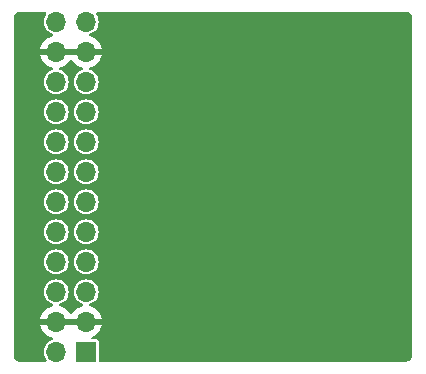
<source format=gbr>
%TF.GenerationSoftware,KiCad,Pcbnew,8.0.3-8.0.3-0~ubuntu23.10.1*%
%TF.CreationDate,2024-10-20T15:16:08-04:00*%
%TF.ProjectId,24Pin,32345069-6e2e-46b6-9963-61645f706362,rev?*%
%TF.SameCoordinates,Original*%
%TF.FileFunction,Copper,L2,Bot*%
%TF.FilePolarity,Positive*%
%FSLAX46Y46*%
G04 Gerber Fmt 4.6, Leading zero omitted, Abs format (unit mm)*
G04 Created by KiCad (PCBNEW 8.0.3-8.0.3-0~ubuntu23.10.1) date 2024-10-20 15:16:08*
%MOMM*%
%LPD*%
G01*
G04 APERTURE LIST*
%TA.AperFunction,ComponentPad*%
%ADD10R,1.700000X1.700000*%
%TD*%
%TA.AperFunction,ComponentPad*%
%ADD11O,1.700000X1.700000*%
%TD*%
%TA.AperFunction,ViaPad*%
%ADD12C,0.600000*%
%TD*%
G04 APERTURE END LIST*
D10*
%TO.P,J1,1,Pin_1*%
%TO.N,/SDA{slash}A4*%
X115650000Y-103975000D03*
D11*
%TO.P,J1,2,Pin_2*%
%TO.N,/SCL{slash}A5*%
X113110000Y-103975000D03*
%TO.P,J1,3,Pin_3*%
%TO.N,GND*%
X115650000Y-101435000D03*
%TO.P,J1,4,Pin_4*%
X113110000Y-101435000D03*
%TO.P,J1,5,Pin_5*%
%TO.N,/IN0+*%
X115650000Y-98895000D03*
%TO.P,J1,6,Pin_6*%
%TO.N,/IN0-*%
X113110000Y-98895000D03*
%TO.P,J1,7,Pin_7*%
%TO.N,/IN1-*%
X115650000Y-96355000D03*
%TO.P,J1,8,Pin_8*%
%TO.N,/IN1+*%
X113110000Y-96355000D03*
%TO.P,J1,9,Pin_9*%
%TO.N,/IN2+*%
X115650000Y-93815000D03*
%TO.P,J1,10,Pin_10*%
%TO.N,/IN2-*%
X113110000Y-93815000D03*
%TO.P,J1,11,Pin_11*%
%TO.N,/IN3-*%
X115650000Y-91275000D03*
%TO.P,J1,12,Pin_12*%
%TO.N,/IN3+*%
X113110000Y-91275000D03*
%TO.P,J1,13,Pin_13*%
%TO.N,/IN4+*%
X115650000Y-88735000D03*
%TO.P,J1,14,Pin_14*%
%TO.N,/IN4-*%
X113110000Y-88735000D03*
%TO.P,J1,15,Pin_15*%
%TO.N,/IN5-*%
X115650000Y-86195000D03*
%TO.P,J1,16,Pin_16*%
%TO.N,/IN5+*%
X113110000Y-86195000D03*
%TO.P,J1,17,Pin_17*%
%TO.N,/IN6+*%
X115650000Y-83655000D03*
%TO.P,J1,18,Pin_18*%
%TO.N,/IN6-*%
X113110000Y-83655000D03*
%TO.P,J1,19,Pin_19*%
%TO.N,/IN7-*%
X115650000Y-81115000D03*
%TO.P,J1,20,Pin_20*%
%TO.N,/IN7+*%
X113110000Y-81115000D03*
%TO.P,J1,21,Pin_21*%
%TO.N,GND*%
X115650000Y-78575000D03*
%TO.P,J1,22,Pin_22*%
X113110000Y-78575000D03*
%TO.P,J1,23,Pin_23*%
%TO.N,/A0*%
X115650000Y-76035000D03*
%TO.P,J1,24,Pin_24*%
%TO.N,VIN*%
X113110000Y-76035000D03*
%TD*%
D12*
%TO.N,GND*%
X142057618Y-102480000D03*
X142057618Y-99940000D03*
X142057618Y-94860000D03*
X142057618Y-92320000D03*
X142057618Y-89780000D03*
X142057618Y-87240000D03*
X142057618Y-84700000D03*
X142057618Y-79620000D03*
X142057618Y-77080000D03*
X139517618Y-102480000D03*
X139517618Y-99940000D03*
X139517618Y-79620000D03*
X139517618Y-77080000D03*
X136977618Y-102480000D03*
X136977618Y-97400000D03*
X136977618Y-79620000D03*
X136977618Y-77080000D03*
X134437618Y-102480000D03*
X134437618Y-99940000D03*
X134437618Y-97400000D03*
X134437618Y-82160000D03*
X134437618Y-77080000D03*
X131897618Y-102480000D03*
X131897618Y-99940000D03*
X131897618Y-79620000D03*
X131897618Y-77080000D03*
X129357618Y-102480000D03*
X129357618Y-77080000D03*
X126817618Y-102480000D03*
X126817618Y-77080000D03*
X124277618Y-102480000D03*
X124277618Y-77080000D03*
X121737618Y-102480000D03*
X121737618Y-77080000D03*
X119197618Y-102480000D03*
X119197618Y-77080000D03*
X111577618Y-102480000D03*
X111577618Y-99940000D03*
X111577618Y-97400000D03*
X111577618Y-94860000D03*
X111577618Y-92320000D03*
X111577618Y-89780000D03*
X111577618Y-87240000D03*
X111577618Y-84700000D03*
X111577618Y-82160000D03*
X111577618Y-79620000D03*
X111577618Y-77080000D03*
X119000000Y-90000000D03*
X122000000Y-90000000D03*
X125000000Y-90000000D03*
X137000000Y-95000000D03*
X137000000Y-85000000D03*
%TD*%
%TA.AperFunction,Conductor*%
%TO.N,GND*%
G36*
X112236643Y-75225185D02*
G01*
X112282398Y-75277989D01*
X112292342Y-75347147D01*
X112265458Y-75408164D01*
X112232317Y-75448546D01*
X112134769Y-75631043D01*
X112134768Y-75631045D01*
X112134768Y-75631046D01*
X112127898Y-75653692D01*
X112074699Y-75829067D01*
X112054417Y-76035000D01*
X112074699Y-76240932D01*
X112074700Y-76240934D01*
X112134768Y-76438954D01*
X112232315Y-76621450D01*
X112232317Y-76621452D01*
X112363589Y-76781410D01*
X112460209Y-76860702D01*
X112523550Y-76912685D01*
X112706046Y-77010232D01*
X112772551Y-77030405D01*
X112830989Y-77068702D01*
X112859446Y-77132514D01*
X112848887Y-77201581D01*
X112802663Y-77253975D01*
X112768650Y-77268841D01*
X112646514Y-77301567D01*
X112646507Y-77301570D01*
X112432422Y-77401399D01*
X112432420Y-77401400D01*
X112238926Y-77536886D01*
X112238920Y-77536891D01*
X112071891Y-77703920D01*
X112071886Y-77703926D01*
X111936400Y-77897420D01*
X111936399Y-77897422D01*
X111836570Y-78111507D01*
X111836567Y-78111513D01*
X111779364Y-78324999D01*
X111779364Y-78325000D01*
X112676988Y-78325000D01*
X112644075Y-78382007D01*
X112610000Y-78509174D01*
X112610000Y-78640826D01*
X112644075Y-78767993D01*
X112676988Y-78825000D01*
X111779364Y-78825000D01*
X111836567Y-79038486D01*
X111836570Y-79038492D01*
X111936399Y-79252578D01*
X112071894Y-79446082D01*
X112238917Y-79613105D01*
X112432421Y-79748600D01*
X112646507Y-79848429D01*
X112646516Y-79848433D01*
X112768649Y-79881158D01*
X112828310Y-79917523D01*
X112858839Y-79980369D01*
X112850545Y-80049745D01*
X112806059Y-80103623D01*
X112772552Y-80119593D01*
X112706046Y-80139767D01*
X112575358Y-80209622D01*
X112523550Y-80237315D01*
X112523548Y-80237316D01*
X112523547Y-80237317D01*
X112363589Y-80368589D01*
X112232317Y-80528547D01*
X112134769Y-80711043D01*
X112074699Y-80909067D01*
X112054417Y-81115000D01*
X112074699Y-81320932D01*
X112074700Y-81320934D01*
X112134768Y-81518954D01*
X112232315Y-81701450D01*
X112232317Y-81701452D01*
X112363589Y-81861410D01*
X112460209Y-81940702D01*
X112523550Y-81992685D01*
X112706046Y-82090232D01*
X112904066Y-82150300D01*
X112904065Y-82150300D01*
X112922529Y-82152118D01*
X113110000Y-82170583D01*
X113315934Y-82150300D01*
X113513954Y-82090232D01*
X113696450Y-81992685D01*
X113856410Y-81861410D01*
X113987685Y-81701450D01*
X114085232Y-81518954D01*
X114145300Y-81320934D01*
X114165583Y-81115000D01*
X114145300Y-80909066D01*
X114085232Y-80711046D01*
X113987685Y-80528550D01*
X113935702Y-80465209D01*
X113856410Y-80368589D01*
X113696452Y-80237317D01*
X113696453Y-80237317D01*
X113696450Y-80237315D01*
X113513954Y-80139768D01*
X113447447Y-80119593D01*
X113389009Y-80081296D01*
X113360553Y-80017484D01*
X113371113Y-79948417D01*
X113417337Y-79896023D01*
X113451350Y-79881158D01*
X113573483Y-79848433D01*
X113573492Y-79848429D01*
X113787578Y-79748600D01*
X113981082Y-79613105D01*
X114148105Y-79446082D01*
X114278425Y-79259968D01*
X114333002Y-79216344D01*
X114402501Y-79209151D01*
X114464855Y-79240673D01*
X114481575Y-79259968D01*
X114611894Y-79446082D01*
X114778917Y-79613105D01*
X114972421Y-79748600D01*
X115186507Y-79848429D01*
X115186516Y-79848433D01*
X115308649Y-79881158D01*
X115368310Y-79917523D01*
X115398839Y-79980369D01*
X115390545Y-80049745D01*
X115346059Y-80103623D01*
X115312552Y-80119593D01*
X115246046Y-80139767D01*
X115115358Y-80209622D01*
X115063550Y-80237315D01*
X115063548Y-80237316D01*
X115063547Y-80237317D01*
X114903589Y-80368589D01*
X114772317Y-80528547D01*
X114674769Y-80711043D01*
X114614699Y-80909067D01*
X114594417Y-81115000D01*
X114614699Y-81320932D01*
X114614700Y-81320934D01*
X114674768Y-81518954D01*
X114772315Y-81701450D01*
X114772317Y-81701452D01*
X114903589Y-81861410D01*
X115000209Y-81940702D01*
X115063550Y-81992685D01*
X115246046Y-82090232D01*
X115444066Y-82150300D01*
X115444065Y-82150300D01*
X115462529Y-82152118D01*
X115650000Y-82170583D01*
X115855934Y-82150300D01*
X116053954Y-82090232D01*
X116236450Y-81992685D01*
X116396410Y-81861410D01*
X116527685Y-81701450D01*
X116625232Y-81518954D01*
X116685300Y-81320934D01*
X116705583Y-81115000D01*
X116685300Y-80909066D01*
X116625232Y-80711046D01*
X116527685Y-80528550D01*
X116475702Y-80465209D01*
X116396410Y-80368589D01*
X116236452Y-80237317D01*
X116236453Y-80237317D01*
X116236450Y-80237315D01*
X116053954Y-80139768D01*
X115987447Y-80119593D01*
X115929009Y-80081296D01*
X115900553Y-80017484D01*
X115911113Y-79948417D01*
X115957337Y-79896023D01*
X115991350Y-79881158D01*
X116113483Y-79848433D01*
X116113492Y-79848429D01*
X116327578Y-79748600D01*
X116521082Y-79613105D01*
X116688105Y-79446082D01*
X116823600Y-79252578D01*
X116923429Y-79038492D01*
X116923432Y-79038486D01*
X116980636Y-78825000D01*
X116083012Y-78825000D01*
X116115925Y-78767993D01*
X116150000Y-78640826D01*
X116150000Y-78509174D01*
X116115925Y-78382007D01*
X116083012Y-78325000D01*
X116980636Y-78325000D01*
X116980635Y-78324999D01*
X116923432Y-78111513D01*
X116923429Y-78111507D01*
X116823600Y-77897422D01*
X116823599Y-77897420D01*
X116688113Y-77703926D01*
X116688108Y-77703920D01*
X116521082Y-77536894D01*
X116327578Y-77401399D01*
X116113492Y-77301570D01*
X116113486Y-77301567D01*
X115991349Y-77268841D01*
X115931689Y-77232476D01*
X115901160Y-77169629D01*
X115909455Y-77100253D01*
X115953940Y-77046375D01*
X115987444Y-77030407D01*
X116053954Y-77010232D01*
X116236450Y-76912685D01*
X116396410Y-76781410D01*
X116527685Y-76621450D01*
X116625232Y-76438954D01*
X116685300Y-76240934D01*
X116705583Y-76035000D01*
X116685300Y-75829066D01*
X116625232Y-75631046D01*
X116527685Y-75448550D01*
X116527682Y-75448546D01*
X116494542Y-75408164D01*
X116467230Y-75343854D01*
X116479022Y-75274986D01*
X116526174Y-75223427D01*
X116590396Y-75205500D01*
X142679108Y-75205500D01*
X142738038Y-75205500D01*
X142751922Y-75206280D01*
X142842266Y-75216459D01*
X142869331Y-75222636D01*
X142948540Y-75250352D01*
X142973553Y-75262398D01*
X143044606Y-75307043D01*
X143066313Y-75324355D01*
X143125644Y-75383686D01*
X143142957Y-75405395D01*
X143187600Y-75476444D01*
X143199648Y-75501462D01*
X143227362Y-75580666D01*
X143233540Y-75607735D01*
X143243720Y-75698076D01*
X143244500Y-75711961D01*
X143244500Y-104298038D01*
X143243720Y-104311923D01*
X143233540Y-104402264D01*
X143227362Y-104429333D01*
X143199648Y-104508537D01*
X143187600Y-104533555D01*
X143142957Y-104604604D01*
X143125644Y-104626313D01*
X143066313Y-104685644D01*
X143044604Y-104702957D01*
X142973555Y-104747600D01*
X142948537Y-104759648D01*
X142869333Y-104787362D01*
X142842264Y-104793540D01*
X142762075Y-104802576D01*
X142751921Y-104803720D01*
X142738038Y-104804500D01*
X116824500Y-104804500D01*
X116757461Y-104784815D01*
X116711706Y-104732011D01*
X116700500Y-104680500D01*
X116700500Y-103105249D01*
X116700499Y-103105247D01*
X116688868Y-103046770D01*
X116688867Y-103046769D01*
X116644552Y-102980447D01*
X116578230Y-102936132D01*
X116578229Y-102936131D01*
X116519752Y-102924500D01*
X116519748Y-102924500D01*
X116209457Y-102924500D01*
X116142418Y-102904815D01*
X116096663Y-102852011D01*
X116086719Y-102782853D01*
X116115744Y-102719297D01*
X116157052Y-102688118D01*
X116327578Y-102608600D01*
X116521082Y-102473105D01*
X116688105Y-102306082D01*
X116823600Y-102112578D01*
X116923429Y-101898492D01*
X116923432Y-101898486D01*
X116980636Y-101685000D01*
X116083012Y-101685000D01*
X116115925Y-101627993D01*
X116150000Y-101500826D01*
X116150000Y-101369174D01*
X116115925Y-101242007D01*
X116083012Y-101185000D01*
X116980636Y-101185000D01*
X116980635Y-101184999D01*
X116923432Y-100971513D01*
X116923429Y-100971507D01*
X116823600Y-100757422D01*
X116823599Y-100757420D01*
X116688113Y-100563926D01*
X116688108Y-100563920D01*
X116521082Y-100396894D01*
X116327578Y-100261399D01*
X116113492Y-100161570D01*
X116113486Y-100161567D01*
X115991349Y-100128841D01*
X115931689Y-100092476D01*
X115901160Y-100029629D01*
X115909455Y-99960253D01*
X115953940Y-99906375D01*
X115987444Y-99890407D01*
X116053954Y-99870232D01*
X116236450Y-99772685D01*
X116396410Y-99641410D01*
X116527685Y-99481450D01*
X116625232Y-99298954D01*
X116685300Y-99100934D01*
X116705583Y-98895000D01*
X116685300Y-98689066D01*
X116625232Y-98491046D01*
X116527685Y-98308550D01*
X116475702Y-98245209D01*
X116396410Y-98148589D01*
X116236452Y-98017317D01*
X116236453Y-98017317D01*
X116236450Y-98017315D01*
X116053954Y-97919768D01*
X115855934Y-97859700D01*
X115855932Y-97859699D01*
X115855934Y-97859699D01*
X115650000Y-97839417D01*
X115444067Y-97859699D01*
X115246043Y-97919769D01*
X115135898Y-97978643D01*
X115063550Y-98017315D01*
X115063548Y-98017316D01*
X115063547Y-98017317D01*
X114903589Y-98148589D01*
X114772317Y-98308547D01*
X114674769Y-98491043D01*
X114614699Y-98689067D01*
X114594417Y-98895000D01*
X114614699Y-99100932D01*
X114614700Y-99100934D01*
X114674768Y-99298954D01*
X114772315Y-99481450D01*
X114772317Y-99481452D01*
X114903589Y-99641410D01*
X115000209Y-99720702D01*
X115063550Y-99772685D01*
X115246046Y-99870232D01*
X115312551Y-99890405D01*
X115370989Y-99928702D01*
X115399446Y-99992514D01*
X115388887Y-100061581D01*
X115342663Y-100113975D01*
X115308650Y-100128841D01*
X115186514Y-100161567D01*
X115186507Y-100161570D01*
X114972422Y-100261399D01*
X114972420Y-100261400D01*
X114778926Y-100396886D01*
X114778920Y-100396891D01*
X114611891Y-100563920D01*
X114611890Y-100563922D01*
X114481575Y-100750031D01*
X114426998Y-100793655D01*
X114357499Y-100800848D01*
X114295145Y-100769326D01*
X114278425Y-100750031D01*
X114148109Y-100563922D01*
X114148108Y-100563920D01*
X113981082Y-100396894D01*
X113787578Y-100261399D01*
X113573492Y-100161570D01*
X113573486Y-100161567D01*
X113451349Y-100128841D01*
X113391689Y-100092476D01*
X113361160Y-100029629D01*
X113369455Y-99960253D01*
X113413940Y-99906375D01*
X113447444Y-99890407D01*
X113513954Y-99870232D01*
X113696450Y-99772685D01*
X113856410Y-99641410D01*
X113987685Y-99481450D01*
X114085232Y-99298954D01*
X114145300Y-99100934D01*
X114165583Y-98895000D01*
X114145300Y-98689066D01*
X114085232Y-98491046D01*
X113987685Y-98308550D01*
X113935702Y-98245209D01*
X113856410Y-98148589D01*
X113696452Y-98017317D01*
X113696453Y-98017317D01*
X113696450Y-98017315D01*
X113513954Y-97919768D01*
X113315934Y-97859700D01*
X113315932Y-97859699D01*
X113315934Y-97859699D01*
X113110000Y-97839417D01*
X112904067Y-97859699D01*
X112706043Y-97919769D01*
X112595898Y-97978643D01*
X112523550Y-98017315D01*
X112523548Y-98017316D01*
X112523547Y-98017317D01*
X112363589Y-98148589D01*
X112232317Y-98308547D01*
X112134769Y-98491043D01*
X112074699Y-98689067D01*
X112054417Y-98895000D01*
X112074699Y-99100932D01*
X112074700Y-99100934D01*
X112134768Y-99298954D01*
X112232315Y-99481450D01*
X112232317Y-99481452D01*
X112363589Y-99641410D01*
X112460209Y-99720702D01*
X112523550Y-99772685D01*
X112706046Y-99870232D01*
X112772551Y-99890405D01*
X112830989Y-99928702D01*
X112859446Y-99992514D01*
X112848887Y-100061581D01*
X112802663Y-100113975D01*
X112768650Y-100128841D01*
X112646514Y-100161567D01*
X112646507Y-100161570D01*
X112432422Y-100261399D01*
X112432420Y-100261400D01*
X112238926Y-100396886D01*
X112238920Y-100396891D01*
X112071891Y-100563920D01*
X112071886Y-100563926D01*
X111936400Y-100757420D01*
X111936399Y-100757422D01*
X111836570Y-100971507D01*
X111836567Y-100971513D01*
X111779364Y-101184999D01*
X111779364Y-101185000D01*
X112676988Y-101185000D01*
X112644075Y-101242007D01*
X112610000Y-101369174D01*
X112610000Y-101500826D01*
X112644075Y-101627993D01*
X112676988Y-101685000D01*
X111779364Y-101685000D01*
X111836567Y-101898486D01*
X111836570Y-101898492D01*
X111936399Y-102112578D01*
X112071894Y-102306082D01*
X112238917Y-102473105D01*
X112432421Y-102608600D01*
X112646507Y-102708429D01*
X112646516Y-102708433D01*
X112768649Y-102741158D01*
X112828310Y-102777523D01*
X112858839Y-102840369D01*
X112850545Y-102909745D01*
X112806059Y-102963623D01*
X112772552Y-102979593D01*
X112706046Y-102999767D01*
X112618112Y-103046770D01*
X112523550Y-103097315D01*
X112523548Y-103097316D01*
X112523547Y-103097317D01*
X112363589Y-103228589D01*
X112232317Y-103388547D01*
X112134769Y-103571043D01*
X112074699Y-103769067D01*
X112054417Y-103975000D01*
X112074699Y-104180932D01*
X112074700Y-104180934D01*
X112134768Y-104378954D01*
X112211081Y-104521725D01*
X112232317Y-104561453D01*
X112265458Y-104601836D01*
X112292770Y-104666146D01*
X112280978Y-104735014D01*
X112233826Y-104786573D01*
X112169604Y-104804500D01*
X110016962Y-104804500D01*
X110003078Y-104803720D01*
X109990553Y-104802308D01*
X109912735Y-104793540D01*
X109885666Y-104787362D01*
X109806462Y-104759648D01*
X109781444Y-104747600D01*
X109710395Y-104702957D01*
X109688686Y-104685644D01*
X109629355Y-104626313D01*
X109612042Y-104604604D01*
X109584928Y-104561453D01*
X109567398Y-104533553D01*
X109555351Y-104508537D01*
X109527637Y-104429333D01*
X109521459Y-104402263D01*
X109511280Y-104311922D01*
X109510500Y-104298038D01*
X109510500Y-96355000D01*
X112054417Y-96355000D01*
X112074699Y-96560932D01*
X112074700Y-96560934D01*
X112134768Y-96758954D01*
X112232315Y-96941450D01*
X112232317Y-96941452D01*
X112363589Y-97101410D01*
X112460209Y-97180702D01*
X112523550Y-97232685D01*
X112706046Y-97330232D01*
X112904066Y-97390300D01*
X112904065Y-97390300D01*
X112922529Y-97392118D01*
X113110000Y-97410583D01*
X113315934Y-97390300D01*
X113513954Y-97330232D01*
X113696450Y-97232685D01*
X113856410Y-97101410D01*
X113987685Y-96941450D01*
X114085232Y-96758954D01*
X114145300Y-96560934D01*
X114165583Y-96355000D01*
X114594417Y-96355000D01*
X114614699Y-96560932D01*
X114614700Y-96560934D01*
X114674768Y-96758954D01*
X114772315Y-96941450D01*
X114772317Y-96941452D01*
X114903589Y-97101410D01*
X115000209Y-97180702D01*
X115063550Y-97232685D01*
X115246046Y-97330232D01*
X115444066Y-97390300D01*
X115444065Y-97390300D01*
X115462529Y-97392118D01*
X115650000Y-97410583D01*
X115855934Y-97390300D01*
X116053954Y-97330232D01*
X116236450Y-97232685D01*
X116396410Y-97101410D01*
X116527685Y-96941450D01*
X116625232Y-96758954D01*
X116685300Y-96560934D01*
X116705583Y-96355000D01*
X116685300Y-96149066D01*
X116625232Y-95951046D01*
X116527685Y-95768550D01*
X116475702Y-95705209D01*
X116396410Y-95608589D01*
X116236452Y-95477317D01*
X116236453Y-95477317D01*
X116236450Y-95477315D01*
X116053954Y-95379768D01*
X115855934Y-95319700D01*
X115855932Y-95319699D01*
X115855934Y-95319699D01*
X115650000Y-95299417D01*
X115444067Y-95319699D01*
X115246043Y-95379769D01*
X115135898Y-95438643D01*
X115063550Y-95477315D01*
X115063548Y-95477316D01*
X115063547Y-95477317D01*
X114903589Y-95608589D01*
X114772317Y-95768547D01*
X114674769Y-95951043D01*
X114614699Y-96149067D01*
X114594417Y-96355000D01*
X114165583Y-96355000D01*
X114145300Y-96149066D01*
X114085232Y-95951046D01*
X113987685Y-95768550D01*
X113935702Y-95705209D01*
X113856410Y-95608589D01*
X113696452Y-95477317D01*
X113696453Y-95477317D01*
X113696450Y-95477315D01*
X113513954Y-95379768D01*
X113315934Y-95319700D01*
X113315932Y-95319699D01*
X113315934Y-95319699D01*
X113110000Y-95299417D01*
X112904067Y-95319699D01*
X112706043Y-95379769D01*
X112595898Y-95438643D01*
X112523550Y-95477315D01*
X112523548Y-95477316D01*
X112523547Y-95477317D01*
X112363589Y-95608589D01*
X112232317Y-95768547D01*
X112134769Y-95951043D01*
X112074699Y-96149067D01*
X112054417Y-96355000D01*
X109510500Y-96355000D01*
X109510500Y-93815000D01*
X112054417Y-93815000D01*
X112074699Y-94020932D01*
X112074700Y-94020934D01*
X112134768Y-94218954D01*
X112232315Y-94401450D01*
X112232317Y-94401452D01*
X112363589Y-94561410D01*
X112460209Y-94640702D01*
X112523550Y-94692685D01*
X112706046Y-94790232D01*
X112904066Y-94850300D01*
X112904065Y-94850300D01*
X112922529Y-94852118D01*
X113110000Y-94870583D01*
X113315934Y-94850300D01*
X113513954Y-94790232D01*
X113696450Y-94692685D01*
X113856410Y-94561410D01*
X113987685Y-94401450D01*
X114085232Y-94218954D01*
X114145300Y-94020934D01*
X114165583Y-93815000D01*
X114594417Y-93815000D01*
X114614699Y-94020932D01*
X114614700Y-94020934D01*
X114674768Y-94218954D01*
X114772315Y-94401450D01*
X114772317Y-94401452D01*
X114903589Y-94561410D01*
X115000209Y-94640702D01*
X115063550Y-94692685D01*
X115246046Y-94790232D01*
X115444066Y-94850300D01*
X115444065Y-94850300D01*
X115462529Y-94852118D01*
X115650000Y-94870583D01*
X115855934Y-94850300D01*
X116053954Y-94790232D01*
X116236450Y-94692685D01*
X116396410Y-94561410D01*
X116527685Y-94401450D01*
X116625232Y-94218954D01*
X116685300Y-94020934D01*
X116705583Y-93815000D01*
X116685300Y-93609066D01*
X116625232Y-93411046D01*
X116527685Y-93228550D01*
X116475702Y-93165209D01*
X116396410Y-93068589D01*
X116236452Y-92937317D01*
X116236453Y-92937317D01*
X116236450Y-92937315D01*
X116053954Y-92839768D01*
X115855934Y-92779700D01*
X115855932Y-92779699D01*
X115855934Y-92779699D01*
X115650000Y-92759417D01*
X115444067Y-92779699D01*
X115246043Y-92839769D01*
X115135898Y-92898643D01*
X115063550Y-92937315D01*
X115063548Y-92937316D01*
X115063547Y-92937317D01*
X114903589Y-93068589D01*
X114772317Y-93228547D01*
X114674769Y-93411043D01*
X114614699Y-93609067D01*
X114594417Y-93815000D01*
X114165583Y-93815000D01*
X114145300Y-93609066D01*
X114085232Y-93411046D01*
X113987685Y-93228550D01*
X113935702Y-93165209D01*
X113856410Y-93068589D01*
X113696452Y-92937317D01*
X113696453Y-92937317D01*
X113696450Y-92937315D01*
X113513954Y-92839768D01*
X113315934Y-92779700D01*
X113315932Y-92779699D01*
X113315934Y-92779699D01*
X113110000Y-92759417D01*
X112904067Y-92779699D01*
X112706043Y-92839769D01*
X112595898Y-92898643D01*
X112523550Y-92937315D01*
X112523548Y-92937316D01*
X112523547Y-92937317D01*
X112363589Y-93068589D01*
X112232317Y-93228547D01*
X112134769Y-93411043D01*
X112074699Y-93609067D01*
X112054417Y-93815000D01*
X109510500Y-93815000D01*
X109510500Y-91275000D01*
X112054417Y-91275000D01*
X112074699Y-91480932D01*
X112074700Y-91480934D01*
X112134768Y-91678954D01*
X112232315Y-91861450D01*
X112232317Y-91861452D01*
X112363589Y-92021410D01*
X112460209Y-92100702D01*
X112523550Y-92152685D01*
X112706046Y-92250232D01*
X112904066Y-92310300D01*
X112904065Y-92310300D01*
X112922529Y-92312118D01*
X113110000Y-92330583D01*
X113315934Y-92310300D01*
X113513954Y-92250232D01*
X113696450Y-92152685D01*
X113856410Y-92021410D01*
X113987685Y-91861450D01*
X114085232Y-91678954D01*
X114145300Y-91480934D01*
X114165583Y-91275000D01*
X114594417Y-91275000D01*
X114614699Y-91480932D01*
X114614700Y-91480934D01*
X114674768Y-91678954D01*
X114772315Y-91861450D01*
X114772317Y-91861452D01*
X114903589Y-92021410D01*
X115000209Y-92100702D01*
X115063550Y-92152685D01*
X115246046Y-92250232D01*
X115444066Y-92310300D01*
X115444065Y-92310300D01*
X115462529Y-92312118D01*
X115650000Y-92330583D01*
X115855934Y-92310300D01*
X116053954Y-92250232D01*
X116236450Y-92152685D01*
X116396410Y-92021410D01*
X116527685Y-91861450D01*
X116625232Y-91678954D01*
X116685300Y-91480934D01*
X116705583Y-91275000D01*
X116685300Y-91069066D01*
X116625232Y-90871046D01*
X116527685Y-90688550D01*
X116475702Y-90625209D01*
X116396410Y-90528589D01*
X116236452Y-90397317D01*
X116236453Y-90397317D01*
X116236450Y-90397315D01*
X116053954Y-90299768D01*
X115855934Y-90239700D01*
X115855932Y-90239699D01*
X115855934Y-90239699D01*
X115650000Y-90219417D01*
X115444067Y-90239699D01*
X115246043Y-90299769D01*
X115135898Y-90358643D01*
X115063550Y-90397315D01*
X115063548Y-90397316D01*
X115063547Y-90397317D01*
X114903589Y-90528589D01*
X114772317Y-90688547D01*
X114674769Y-90871043D01*
X114614699Y-91069067D01*
X114594417Y-91275000D01*
X114165583Y-91275000D01*
X114145300Y-91069066D01*
X114085232Y-90871046D01*
X113987685Y-90688550D01*
X113935702Y-90625209D01*
X113856410Y-90528589D01*
X113696452Y-90397317D01*
X113696453Y-90397317D01*
X113696450Y-90397315D01*
X113513954Y-90299768D01*
X113315934Y-90239700D01*
X113315932Y-90239699D01*
X113315934Y-90239699D01*
X113110000Y-90219417D01*
X112904067Y-90239699D01*
X112706043Y-90299769D01*
X112595898Y-90358643D01*
X112523550Y-90397315D01*
X112523548Y-90397316D01*
X112523547Y-90397317D01*
X112363589Y-90528589D01*
X112232317Y-90688547D01*
X112134769Y-90871043D01*
X112074699Y-91069067D01*
X112054417Y-91275000D01*
X109510500Y-91275000D01*
X109510500Y-88735000D01*
X112054417Y-88735000D01*
X112074699Y-88940932D01*
X112074700Y-88940934D01*
X112134768Y-89138954D01*
X112232315Y-89321450D01*
X112232317Y-89321452D01*
X112363589Y-89481410D01*
X112460209Y-89560702D01*
X112523550Y-89612685D01*
X112706046Y-89710232D01*
X112904066Y-89770300D01*
X112904065Y-89770300D01*
X112922529Y-89772118D01*
X113110000Y-89790583D01*
X113315934Y-89770300D01*
X113513954Y-89710232D01*
X113696450Y-89612685D01*
X113856410Y-89481410D01*
X113987685Y-89321450D01*
X114085232Y-89138954D01*
X114145300Y-88940934D01*
X114165583Y-88735000D01*
X114594417Y-88735000D01*
X114614699Y-88940932D01*
X114614700Y-88940934D01*
X114674768Y-89138954D01*
X114772315Y-89321450D01*
X114772317Y-89321452D01*
X114903589Y-89481410D01*
X115000209Y-89560702D01*
X115063550Y-89612685D01*
X115246046Y-89710232D01*
X115444066Y-89770300D01*
X115444065Y-89770300D01*
X115462529Y-89772118D01*
X115650000Y-89790583D01*
X115855934Y-89770300D01*
X116053954Y-89710232D01*
X116236450Y-89612685D01*
X116396410Y-89481410D01*
X116527685Y-89321450D01*
X116625232Y-89138954D01*
X116685300Y-88940934D01*
X116705583Y-88735000D01*
X116685300Y-88529066D01*
X116625232Y-88331046D01*
X116527685Y-88148550D01*
X116475702Y-88085209D01*
X116396410Y-87988589D01*
X116236452Y-87857317D01*
X116236453Y-87857317D01*
X116236450Y-87857315D01*
X116053954Y-87759768D01*
X115855934Y-87699700D01*
X115855932Y-87699699D01*
X115855934Y-87699699D01*
X115650000Y-87679417D01*
X115444067Y-87699699D01*
X115246043Y-87759769D01*
X115135898Y-87818643D01*
X115063550Y-87857315D01*
X115063548Y-87857316D01*
X115063547Y-87857317D01*
X114903589Y-87988589D01*
X114772317Y-88148547D01*
X114674769Y-88331043D01*
X114614699Y-88529067D01*
X114594417Y-88735000D01*
X114165583Y-88735000D01*
X114145300Y-88529066D01*
X114085232Y-88331046D01*
X113987685Y-88148550D01*
X113935702Y-88085209D01*
X113856410Y-87988589D01*
X113696452Y-87857317D01*
X113696453Y-87857317D01*
X113696450Y-87857315D01*
X113513954Y-87759768D01*
X113315934Y-87699700D01*
X113315932Y-87699699D01*
X113315934Y-87699699D01*
X113110000Y-87679417D01*
X112904067Y-87699699D01*
X112706043Y-87759769D01*
X112595898Y-87818643D01*
X112523550Y-87857315D01*
X112523548Y-87857316D01*
X112523547Y-87857317D01*
X112363589Y-87988589D01*
X112232317Y-88148547D01*
X112134769Y-88331043D01*
X112074699Y-88529067D01*
X112054417Y-88735000D01*
X109510500Y-88735000D01*
X109510500Y-86195000D01*
X112054417Y-86195000D01*
X112074699Y-86400932D01*
X112074700Y-86400934D01*
X112134768Y-86598954D01*
X112232315Y-86781450D01*
X112232317Y-86781452D01*
X112363589Y-86941410D01*
X112460209Y-87020702D01*
X112523550Y-87072685D01*
X112706046Y-87170232D01*
X112904066Y-87230300D01*
X112904065Y-87230300D01*
X112922529Y-87232118D01*
X113110000Y-87250583D01*
X113315934Y-87230300D01*
X113513954Y-87170232D01*
X113696450Y-87072685D01*
X113856410Y-86941410D01*
X113987685Y-86781450D01*
X114085232Y-86598954D01*
X114145300Y-86400934D01*
X114165583Y-86195000D01*
X114594417Y-86195000D01*
X114614699Y-86400932D01*
X114614700Y-86400934D01*
X114674768Y-86598954D01*
X114772315Y-86781450D01*
X114772317Y-86781452D01*
X114903589Y-86941410D01*
X115000209Y-87020702D01*
X115063550Y-87072685D01*
X115246046Y-87170232D01*
X115444066Y-87230300D01*
X115444065Y-87230300D01*
X115462529Y-87232118D01*
X115650000Y-87250583D01*
X115855934Y-87230300D01*
X116053954Y-87170232D01*
X116236450Y-87072685D01*
X116396410Y-86941410D01*
X116527685Y-86781450D01*
X116625232Y-86598954D01*
X116685300Y-86400934D01*
X116705583Y-86195000D01*
X116685300Y-85989066D01*
X116625232Y-85791046D01*
X116527685Y-85608550D01*
X116475702Y-85545209D01*
X116396410Y-85448589D01*
X116236452Y-85317317D01*
X116236453Y-85317317D01*
X116236450Y-85317315D01*
X116053954Y-85219768D01*
X115855934Y-85159700D01*
X115855932Y-85159699D01*
X115855934Y-85159699D01*
X115650000Y-85139417D01*
X115444067Y-85159699D01*
X115246043Y-85219769D01*
X115135898Y-85278643D01*
X115063550Y-85317315D01*
X115063548Y-85317316D01*
X115063547Y-85317317D01*
X114903589Y-85448589D01*
X114772317Y-85608547D01*
X114674769Y-85791043D01*
X114614699Y-85989067D01*
X114594417Y-86195000D01*
X114165583Y-86195000D01*
X114145300Y-85989066D01*
X114085232Y-85791046D01*
X113987685Y-85608550D01*
X113935702Y-85545209D01*
X113856410Y-85448589D01*
X113696452Y-85317317D01*
X113696453Y-85317317D01*
X113696450Y-85317315D01*
X113513954Y-85219768D01*
X113315934Y-85159700D01*
X113315932Y-85159699D01*
X113315934Y-85159699D01*
X113110000Y-85139417D01*
X112904067Y-85159699D01*
X112706043Y-85219769D01*
X112595898Y-85278643D01*
X112523550Y-85317315D01*
X112523548Y-85317316D01*
X112523547Y-85317317D01*
X112363589Y-85448589D01*
X112232317Y-85608547D01*
X112134769Y-85791043D01*
X112074699Y-85989067D01*
X112054417Y-86195000D01*
X109510500Y-86195000D01*
X109510500Y-83655000D01*
X112054417Y-83655000D01*
X112074699Y-83860932D01*
X112074700Y-83860934D01*
X112134768Y-84058954D01*
X112232315Y-84241450D01*
X112232317Y-84241452D01*
X112363589Y-84401410D01*
X112460209Y-84480702D01*
X112523550Y-84532685D01*
X112706046Y-84630232D01*
X112904066Y-84690300D01*
X112904065Y-84690300D01*
X112922529Y-84692118D01*
X113110000Y-84710583D01*
X113315934Y-84690300D01*
X113513954Y-84630232D01*
X113696450Y-84532685D01*
X113856410Y-84401410D01*
X113987685Y-84241450D01*
X114085232Y-84058954D01*
X114145300Y-83860934D01*
X114165583Y-83655000D01*
X114594417Y-83655000D01*
X114614699Y-83860932D01*
X114614700Y-83860934D01*
X114674768Y-84058954D01*
X114772315Y-84241450D01*
X114772317Y-84241452D01*
X114903589Y-84401410D01*
X115000209Y-84480702D01*
X115063550Y-84532685D01*
X115246046Y-84630232D01*
X115444066Y-84690300D01*
X115444065Y-84690300D01*
X115462529Y-84692118D01*
X115650000Y-84710583D01*
X115855934Y-84690300D01*
X116053954Y-84630232D01*
X116236450Y-84532685D01*
X116396410Y-84401410D01*
X116527685Y-84241450D01*
X116625232Y-84058954D01*
X116685300Y-83860934D01*
X116705583Y-83655000D01*
X116685300Y-83449066D01*
X116625232Y-83251046D01*
X116527685Y-83068550D01*
X116475702Y-83005209D01*
X116396410Y-82908589D01*
X116236452Y-82777317D01*
X116236453Y-82777317D01*
X116236450Y-82777315D01*
X116053954Y-82679768D01*
X115855934Y-82619700D01*
X115855932Y-82619699D01*
X115855934Y-82619699D01*
X115650000Y-82599417D01*
X115444067Y-82619699D01*
X115246043Y-82679769D01*
X115135898Y-82738643D01*
X115063550Y-82777315D01*
X115063548Y-82777316D01*
X115063547Y-82777317D01*
X114903589Y-82908589D01*
X114772317Y-83068547D01*
X114674769Y-83251043D01*
X114614699Y-83449067D01*
X114594417Y-83655000D01*
X114165583Y-83655000D01*
X114145300Y-83449066D01*
X114085232Y-83251046D01*
X113987685Y-83068550D01*
X113935702Y-83005209D01*
X113856410Y-82908589D01*
X113696452Y-82777317D01*
X113696453Y-82777317D01*
X113696450Y-82777315D01*
X113513954Y-82679768D01*
X113315934Y-82619700D01*
X113315932Y-82619699D01*
X113315934Y-82619699D01*
X113110000Y-82599417D01*
X112904067Y-82619699D01*
X112706043Y-82679769D01*
X112595898Y-82738643D01*
X112523550Y-82777315D01*
X112523548Y-82777316D01*
X112523547Y-82777317D01*
X112363589Y-82908589D01*
X112232317Y-83068547D01*
X112134769Y-83251043D01*
X112074699Y-83449067D01*
X112054417Y-83655000D01*
X109510500Y-83655000D01*
X109510500Y-75711961D01*
X109511280Y-75698077D01*
X109511280Y-75698076D01*
X109521459Y-75607731D01*
X109527635Y-75580670D01*
X109555353Y-75501456D01*
X109567396Y-75476450D01*
X109612046Y-75405389D01*
X109629351Y-75383690D01*
X109688690Y-75324351D01*
X109710389Y-75307046D01*
X109781450Y-75262396D01*
X109806456Y-75250353D01*
X109885670Y-75222635D01*
X109912733Y-75216459D01*
X109975419Y-75209396D01*
X110003079Y-75206280D01*
X110016962Y-75205500D01*
X110075892Y-75205500D01*
X112169604Y-75205500D01*
X112236643Y-75225185D01*
G37*
%TD.AperFunction*%
%TA.AperFunction,Conductor*%
G36*
X115184075Y-101242007D02*
G01*
X115150000Y-101369174D01*
X115150000Y-101500826D01*
X115184075Y-101627993D01*
X115216988Y-101685000D01*
X113543012Y-101685000D01*
X113575925Y-101627993D01*
X113610000Y-101500826D01*
X113610000Y-101369174D01*
X113575925Y-101242007D01*
X113543012Y-101185000D01*
X115216988Y-101185000D01*
X115184075Y-101242007D01*
G37*
%TD.AperFunction*%
%TA.AperFunction,Conductor*%
G36*
X115184075Y-78382007D02*
G01*
X115150000Y-78509174D01*
X115150000Y-78640826D01*
X115184075Y-78767993D01*
X115216988Y-78825000D01*
X113543012Y-78825000D01*
X113575925Y-78767993D01*
X113610000Y-78640826D01*
X113610000Y-78509174D01*
X113575925Y-78382007D01*
X113543012Y-78325000D01*
X115216988Y-78325000D01*
X115184075Y-78382007D01*
G37*
%TD.AperFunction*%
%TD*%
M02*

</source>
